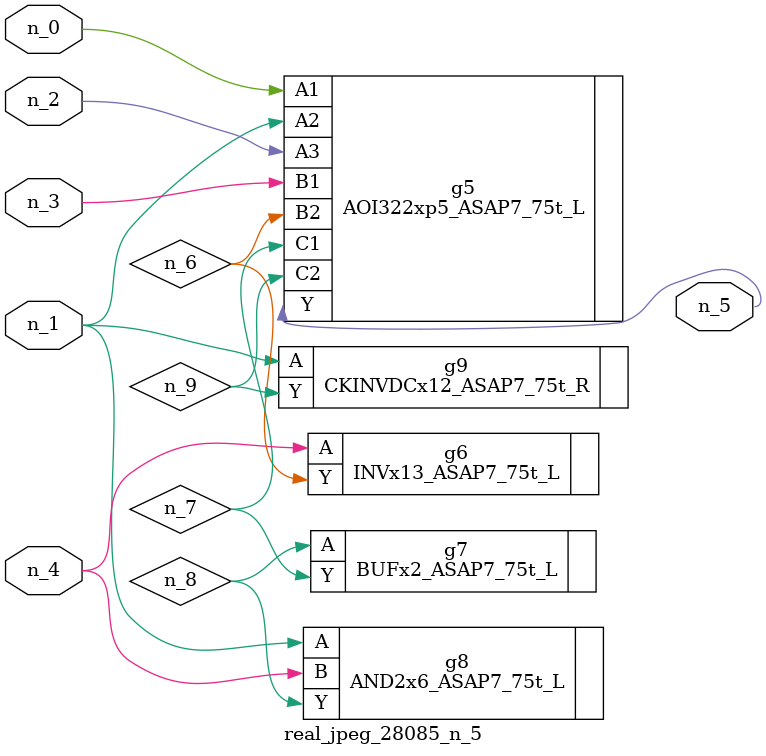
<source format=v>
module real_jpeg_28085_n_5 (n_4, n_0, n_1, n_2, n_3, n_5);

input n_4;
input n_0;
input n_1;
input n_2;
input n_3;

output n_5;

wire n_8;
wire n_6;
wire n_7;
wire n_9;

AOI322xp5_ASAP7_75t_L g5 ( 
.A1(n_0),
.A2(n_1),
.A3(n_2),
.B1(n_3),
.B2(n_6),
.C1(n_7),
.C2(n_9),
.Y(n_5)
);

AND2x6_ASAP7_75t_L g8 ( 
.A(n_1),
.B(n_4),
.Y(n_8)
);

CKINVDCx12_ASAP7_75t_R g9 ( 
.A(n_1),
.Y(n_9)
);

INVx13_ASAP7_75t_L g6 ( 
.A(n_4),
.Y(n_6)
);

BUFx2_ASAP7_75t_L g7 ( 
.A(n_8),
.Y(n_7)
);


endmodule
</source>
